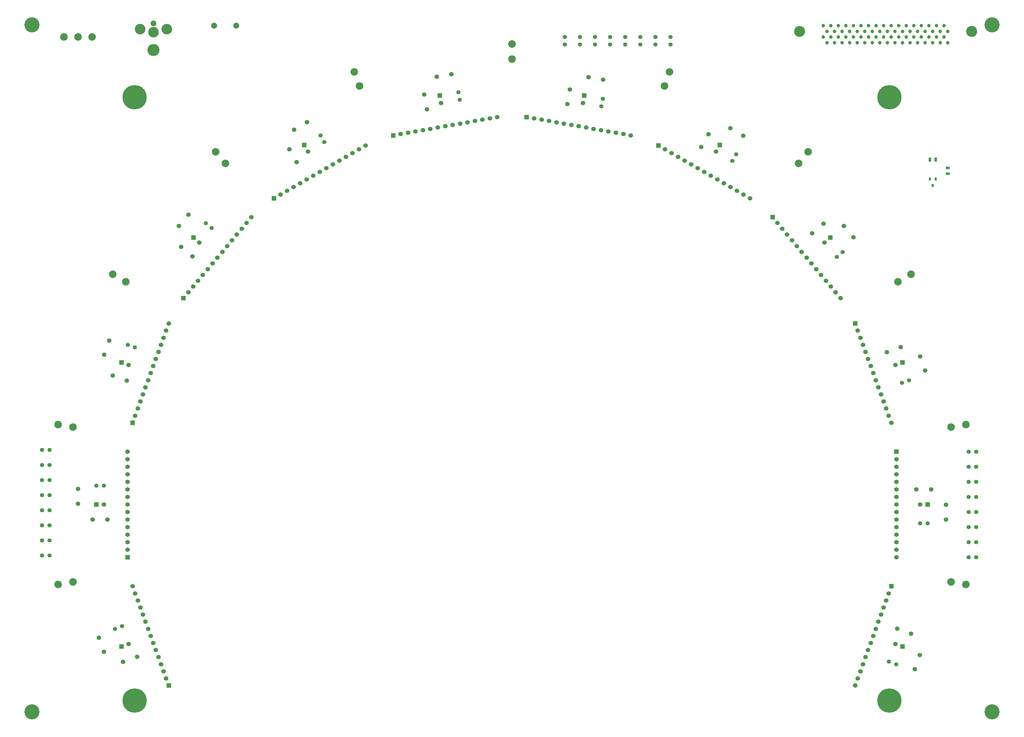
<source format=gts>
G04 (created by PCBNEW (2013-jul-07)-stable) date Mon 30 Nov 2015 09:20:55 AM PST*
%MOIN*%
G04 Gerber Fmt 3.4, Leading zero omitted, Abs format*
%FSLAX34Y34*%
G01*
G70*
G90*
G04 APERTURE LIST*
%ADD10C,0.00590551*%
%ADD11C,0.145669*%
%ADD12C,0.0472441*%
%ADD13R,0.0315X0.0394*%
%ADD14R,0.055X0.035*%
%ADD15R,0.035X0.055*%
%ADD16C,0.1*%
%ADD17C,0.0590551*%
%ADD18R,0.06X0.06*%
%ADD19C,0.06*%
%ADD20C,0.076*%
%ADD21C,0.14*%
%ADD22C,0.16*%
%ADD23C,0.055*%
%ADD24C,0.0787402*%
%ADD25C,0.32*%
%ADD26C,0.2*%
G04 APERTURE END LIST*
G54D10*
G54D11*
X140899Y-27246D03*
X118100Y-27246D03*
G54D12*
X137750Y-28746D03*
X137250Y-27996D03*
X136750Y-28746D03*
X136250Y-27996D03*
X135750Y-28746D03*
X135250Y-27996D03*
X134750Y-28746D03*
X134250Y-27996D03*
X133750Y-28746D03*
X133250Y-27996D03*
X132750Y-28746D03*
X132250Y-27996D03*
X131750Y-28746D03*
X131250Y-27996D03*
X130750Y-28746D03*
X130250Y-27996D03*
X129750Y-28746D03*
X129250Y-27996D03*
X128750Y-28746D03*
X128250Y-27996D03*
X127750Y-28746D03*
X127250Y-27996D03*
X126750Y-28746D03*
X126250Y-27996D03*
X125750Y-28746D03*
X125250Y-27996D03*
X124750Y-28746D03*
X124250Y-27996D03*
X123750Y-28746D03*
X123250Y-27996D03*
X122750Y-28746D03*
X122250Y-27996D03*
X121750Y-28746D03*
X121250Y-27996D03*
X137750Y-27246D03*
X137250Y-26496D03*
X136750Y-27246D03*
X136250Y-26496D03*
X135750Y-27246D03*
X135250Y-26496D03*
X134750Y-27246D03*
X134250Y-26496D03*
X133750Y-27246D03*
X133250Y-26496D03*
X132750Y-27246D03*
X132250Y-26496D03*
X131750Y-27246D03*
X131250Y-26496D03*
X130750Y-27246D03*
X130250Y-26496D03*
X129750Y-27246D03*
X129250Y-26496D03*
X128750Y-27246D03*
X128250Y-26496D03*
X127750Y-27246D03*
X127250Y-26496D03*
X126750Y-27246D03*
X126250Y-26496D03*
X125750Y-27246D03*
X125250Y-26496D03*
X124750Y-27246D03*
X124250Y-26496D03*
X123750Y-27246D03*
X123250Y-26496D03*
X122750Y-27246D03*
X122250Y-26496D03*
X121750Y-27246D03*
X121250Y-26496D03*
G54D13*
X135750Y-47683D03*
X135375Y-46817D03*
X136125Y-46817D03*
G54D14*
X137750Y-45375D03*
X137750Y-46125D03*
G54D15*
X136125Y-44250D03*
X135375Y-44250D03*
G54D16*
X24370Y-28000D03*
X22500Y-28000D03*
X20630Y-28000D03*
G54D17*
X37669Y-57091D03*
X36161Y-55825D03*
X123967Y-53046D03*
X125232Y-54553D03*
X68726Y-37581D03*
X68384Y-35642D03*
X108947Y-40107D03*
X110652Y-41092D03*
X134063Y-70375D03*
X134736Y-72224D03*
X90130Y-33329D03*
X92069Y-33670D03*
X87334Y-36886D03*
X87676Y-34948D03*
X51477Y-44598D03*
X50493Y-42893D03*
X137500Y-90015D03*
X137500Y-91984D03*
X134036Y-109975D03*
X133363Y-111824D03*
X30335Y-110204D03*
X28485Y-110877D03*
X26419Y-92000D03*
X24451Y-92000D03*
X28967Y-73553D03*
X27117Y-72880D03*
X51147Y-40292D03*
X52852Y-39307D03*
X35867Y-53053D03*
X37132Y-51546D03*
X25963Y-70124D03*
X26636Y-68275D03*
X22500Y-89884D03*
X22500Y-87915D03*
X25936Y-109524D03*
X25263Y-107675D03*
X129664Y-69795D03*
X131514Y-69122D03*
X133579Y-88000D03*
X135548Y-88000D03*
X70030Y-33270D03*
X71969Y-32929D03*
X119759Y-54027D03*
X121266Y-52761D03*
X131032Y-106446D03*
X132882Y-107119D03*
X105057Y-42598D03*
X106042Y-40893D03*
G54D18*
X135064Y-90000D03*
G54D19*
X134064Y-90000D03*
G54D18*
X52467Y-42313D03*
G54D19*
X52967Y-43179D03*
G54D18*
X70438Y-35772D03*
G54D19*
X70612Y-36757D03*
G54D18*
X89561Y-35772D03*
G54D19*
X89387Y-36757D03*
G54D18*
X37818Y-54605D03*
G54D19*
X38584Y-55248D03*
G54D18*
X28256Y-108833D03*
G54D19*
X29196Y-108491D03*
G54D18*
X131743Y-108833D03*
G54D19*
X130803Y-108491D03*
G54D18*
X131743Y-71166D03*
G54D19*
X130803Y-71508D03*
G54D18*
X122181Y-54605D03*
G54D19*
X121415Y-55248D03*
G54D18*
X28256Y-71166D03*
G54D19*
X29196Y-71508D03*
G54D18*
X107532Y-42313D03*
G54D19*
X107032Y-43179D03*
G54D18*
X24935Y-90000D03*
G54D19*
X25935Y-90000D03*
G54D18*
X99407Y-42385D03*
G54D19*
X100273Y-42885D03*
X101139Y-43385D03*
X102005Y-43885D03*
X102871Y-44385D03*
X103737Y-44885D03*
X104603Y-45385D03*
X105469Y-45885D03*
X106335Y-46385D03*
X107201Y-46885D03*
X108067Y-47385D03*
X108933Y-47885D03*
X109799Y-48385D03*
X110665Y-48885D03*
X111531Y-49385D03*
G54D18*
X130261Y-100844D03*
G54D19*
X129919Y-101784D03*
X129577Y-102723D03*
X129235Y-103663D03*
X128893Y-104603D03*
X128551Y-105543D03*
X128209Y-106482D03*
X127867Y-107422D03*
X127525Y-108362D03*
X127183Y-109301D03*
X126841Y-110241D03*
X126499Y-111181D03*
X126157Y-112120D03*
X125815Y-113060D03*
X125473Y-114000D03*
G54D18*
X130939Y-83000D03*
G54D19*
X130939Y-84000D03*
X130939Y-85000D03*
X130939Y-86000D03*
X130939Y-87000D03*
X130939Y-88000D03*
X130939Y-89000D03*
X130939Y-90000D03*
X130939Y-91000D03*
X130939Y-92000D03*
X130939Y-93000D03*
X130939Y-94000D03*
X130939Y-95000D03*
X130939Y-96000D03*
X130939Y-97000D03*
G54D18*
X125473Y-65999D03*
G54D19*
X125815Y-66939D03*
X126157Y-67879D03*
X126499Y-68818D03*
X126841Y-69758D03*
X127183Y-70698D03*
X127525Y-71637D03*
X127867Y-72577D03*
X128209Y-73517D03*
X128551Y-74456D03*
X128893Y-75396D03*
X129235Y-76336D03*
X129577Y-77276D03*
X129919Y-78215D03*
X130261Y-79155D03*
G54D18*
X114522Y-51894D03*
G54D19*
X115164Y-52660D03*
X115807Y-53426D03*
X116450Y-54192D03*
X117093Y-54958D03*
X117736Y-55724D03*
X118378Y-56490D03*
X119021Y-57256D03*
X119664Y-58022D03*
X120307Y-58788D03*
X120950Y-59554D03*
X121592Y-60320D03*
X122235Y-61086D03*
X122878Y-61852D03*
X123521Y-62619D03*
G54D18*
X81952Y-38619D03*
G54D19*
X82936Y-38792D03*
X83921Y-38966D03*
X84906Y-39140D03*
X85891Y-39313D03*
X86876Y-39487D03*
X87860Y-39660D03*
X88845Y-39834D03*
X89830Y-40008D03*
X90815Y-40181D03*
X91800Y-40355D03*
X92784Y-40529D03*
X93769Y-40702D03*
X94754Y-40876D03*
X95739Y-41050D03*
G54D18*
X64260Y-41050D03*
G54D19*
X65245Y-40876D03*
X66230Y-40702D03*
X67215Y-40529D03*
X68199Y-40355D03*
X69184Y-40181D03*
X70169Y-40008D03*
X71154Y-39834D03*
X72139Y-39660D03*
X73123Y-39487D03*
X74108Y-39313D03*
X75093Y-39140D03*
X76078Y-38966D03*
X77063Y-38792D03*
X78047Y-38619D03*
G54D18*
X48468Y-49385D03*
G54D19*
X49334Y-48885D03*
X50200Y-48385D03*
X51066Y-47885D03*
X51932Y-47385D03*
X52798Y-46885D03*
X53664Y-46385D03*
X54530Y-45885D03*
X55396Y-45385D03*
X56262Y-44885D03*
X57128Y-44385D03*
X57994Y-43885D03*
X58860Y-43385D03*
X59726Y-42885D03*
X60592Y-42385D03*
G54D18*
X36478Y-62619D03*
G54D19*
X37121Y-61852D03*
X37764Y-61086D03*
X38407Y-60320D03*
X39049Y-59554D03*
X39692Y-58788D03*
X40335Y-58022D03*
X40978Y-57256D03*
X41621Y-56490D03*
X42263Y-55724D03*
X42906Y-54958D03*
X43549Y-54192D03*
X44192Y-53426D03*
X44835Y-52660D03*
X45477Y-51894D03*
G54D18*
X29738Y-79155D03*
G54D19*
X30080Y-78215D03*
X30422Y-77276D03*
X30764Y-76336D03*
X31106Y-75396D03*
X31448Y-74456D03*
X31790Y-73517D03*
X32132Y-72577D03*
X32474Y-71637D03*
X32816Y-70698D03*
X33158Y-69758D03*
X33500Y-68818D03*
X33842Y-67879D03*
X34184Y-66939D03*
X34526Y-65999D03*
G54D18*
X29060Y-97000D03*
G54D19*
X29060Y-96000D03*
X29060Y-95000D03*
X29060Y-94000D03*
X29060Y-93000D03*
X29060Y-92000D03*
X29060Y-91000D03*
X29060Y-90000D03*
X29060Y-89000D03*
X29060Y-88000D03*
X29060Y-87000D03*
X29060Y-86000D03*
X29060Y-85000D03*
X29060Y-84000D03*
X29060Y-83000D03*
G54D18*
X34526Y-114000D03*
G54D19*
X34184Y-113060D03*
X33842Y-112120D03*
X33500Y-111181D03*
X33158Y-110241D03*
X32816Y-109301D03*
X32474Y-108362D03*
X32132Y-107422D03*
X31790Y-106482D03*
X31448Y-105543D03*
X31106Y-104603D03*
X30764Y-103663D03*
X30422Y-102723D03*
X30080Y-101784D03*
X29738Y-100844D03*
G54D20*
X32500Y-26180D03*
G54D21*
X32500Y-27360D03*
G54D22*
X32500Y-29720D03*
G54D21*
X30730Y-26970D03*
X34270Y-26970D03*
G54D16*
X80000Y-30935D03*
X80000Y-28935D03*
X21832Y-100256D03*
X19863Y-100603D03*
X21832Y-79743D03*
X19863Y-79396D03*
X28848Y-60467D03*
X27116Y-59467D03*
X42034Y-44754D03*
X40748Y-43222D03*
X59798Y-34497D03*
X59114Y-32618D03*
G54D23*
X30051Y-69159D03*
X29111Y-68817D03*
X28341Y-106141D03*
X27401Y-106484D03*
X25935Y-87500D03*
X24935Y-87500D03*
X131658Y-73858D03*
X132598Y-73515D03*
X40191Y-53333D03*
X39425Y-52690D03*
X55133Y-41929D03*
X54633Y-41063D03*
X73073Y-36322D03*
X72900Y-35338D03*
X91850Y-37191D03*
X92023Y-36206D03*
X129948Y-110840D03*
X130888Y-111182D03*
X109197Y-44429D03*
X109697Y-43563D03*
X134064Y-92500D03*
X135064Y-92500D03*
X123022Y-57163D03*
X123788Y-56520D03*
G54D24*
X40523Y-26500D03*
X43476Y-26500D03*
G54D16*
X100201Y-34497D03*
X100885Y-32618D03*
X117965Y-44754D03*
X119251Y-43222D03*
X131151Y-60467D03*
X132883Y-59467D03*
X138167Y-79743D03*
X140136Y-79396D03*
X138167Y-100256D03*
X140136Y-100603D03*
G54D25*
X30000Y-36000D03*
X130000Y-36000D03*
X130000Y-116000D03*
X30000Y-116000D03*
G54D26*
X143600Y-26400D03*
X16400Y-117500D03*
X143600Y-117500D03*
X16400Y-26400D03*
G54D23*
X18750Y-82750D03*
X17750Y-82750D03*
X140500Y-91000D03*
X141500Y-91000D03*
X95000Y-29000D03*
X95000Y-28000D03*
X18750Y-88750D03*
X17750Y-88750D03*
X140500Y-93000D03*
X141500Y-93000D03*
X97000Y-29000D03*
X97000Y-28000D03*
X18750Y-86750D03*
X17750Y-86750D03*
X140500Y-95000D03*
X141500Y-95000D03*
X99000Y-29000D03*
X99000Y-28000D03*
X18750Y-84750D03*
X17750Y-84750D03*
X140500Y-97000D03*
X141500Y-97000D03*
X101000Y-29000D03*
X101000Y-28000D03*
X18750Y-90750D03*
X17750Y-90750D03*
X140500Y-83000D03*
X141500Y-83000D03*
X87000Y-29000D03*
X87000Y-28000D03*
X18750Y-96750D03*
X17750Y-96750D03*
X140500Y-85000D03*
X141500Y-85000D03*
X89000Y-29000D03*
X89000Y-28000D03*
X18750Y-94750D03*
X17750Y-94750D03*
X140500Y-87000D03*
X141500Y-87000D03*
X91000Y-29000D03*
X91000Y-28000D03*
X18750Y-92750D03*
X17750Y-92750D03*
X140500Y-89000D03*
X141500Y-89000D03*
X93000Y-29000D03*
X93000Y-28000D03*
M02*

</source>
